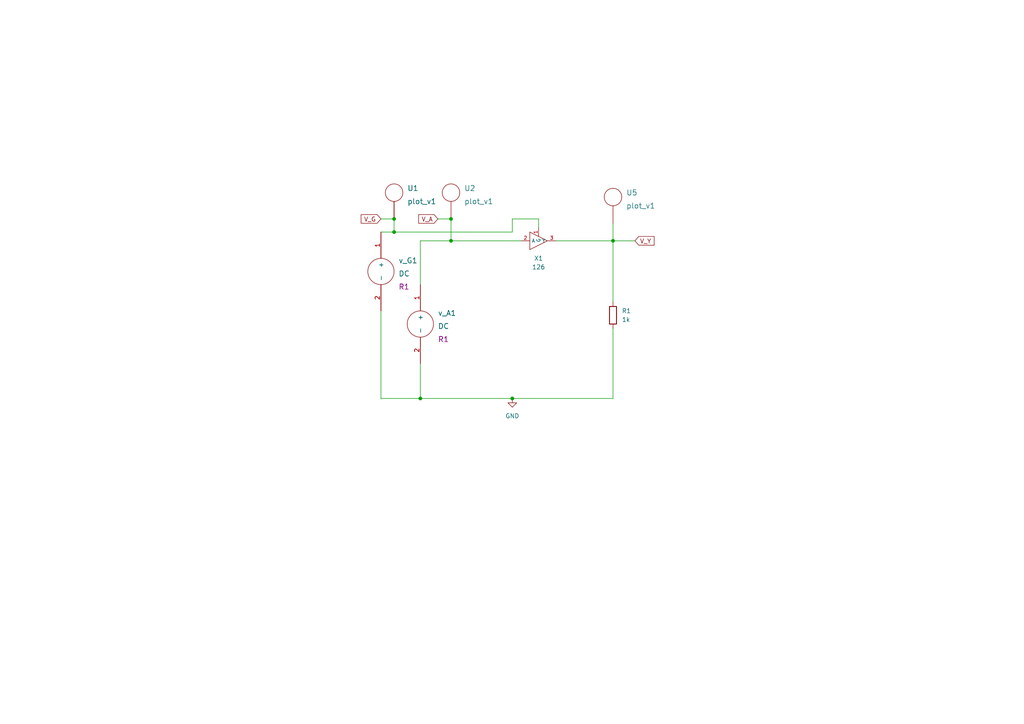
<source format=kicad_sch>
(kicad_sch (version 20211123) (generator eeschema)
  (paper "A4")
  (lib_symbols
    (symbol "DC_1" (pin_names (offset 1.016))
      (property "Reference" "v_A1" (at 5.08 3.175 0))
      (property "Value" "DC_1" (at 5.08 -0.635 0))
      (property "Footprint" "R1" (at 5.08 -4.445 0))
      (symbol "DC_1_0_1"
        (circle (center 0 0) (radius 3.81))
      )
      (symbol "DC_1_1_1"
        (pin power_out line (at 0 11.43 270) (length 7.62) (name "+") (number "1"))
        (pin power_in line (at 0 -11.43 90) (length 7.62) (name "-") (number "2"))
      )
    )
    (symbol "eSim_Devices:resistor" (pin_numbers hide) (pin_names (offset 0))
      (property "Reference" "R" (at 1.27 3.302 0))
      (property "Value" "resistor" (at 1.27 -1.27 0))
      (symbol "resistor_0_1"
        (rectangle (start 3.81 0.254) (end -1.27 2.286) (stroke (width 0.254)))
      )
      (symbol "resistor_1_1"
        (pin passive line (at -2.54 1.27 0) (length 1.27) (name "~") (number "1"))
        (pin passive line (at 5.08 1.27 180) (length 1.27) (name "~") (number "2"))
      )
    )
    (symbol "eSim_Plot:plot_v1" (pin_names (offset 1.016))
      (property "Reference" "U" (at 0 12.7 0))
      (property "Value" "plot_v1" (at 5.08 8.89 0))
      (symbol "plot_v1_0_1"
        (circle (center 0 12.7) (radius 2.54))
      )
      (symbol "plot_v1_1_1"
        (pin input line (at 0 5.08 90) (length 5.08) (name "~") (number "~"))
      )
    )
    (symbol "eSim_Power:eSim_GND" (power) (pin_names (offset 0))
      (property "Value" "eSim_GND" (at 0 -3.81 0))
      (symbol "eSim_GND_0_1"
        (polyline (pts (xy 0 0) (xy 0 -1.27) (xy 1.27 -1.27) (xy 0 -2.54) (xy -1.27 -1.27) (xy 0 -1.27)))
      )
      (symbol "eSim_GND_1_1"
        (pin power_in line (at 0 0 270) (length 0) hide (name "GND") (number "1"))
      )
    )
    (symbol "eSim_Sources:DC" (pin_names (offset 1.016))
      (property "Reference" "v" (at -5.08 2.54 0))
      (property "Value" "DC" (at -5.08 -1.27 0))
      (property "Footprint" "R1" (at -7.62 0 0))
      (symbol "DC_0_1"
        (circle (center 0 0) (radius 3.81))
      )
      (symbol "DC_1_1"
        (pin power_out line (at 0 11.43 270) (length 7.62) (name "+") (number "1"))
        (pin power_out line (at 0 -11.43 90) (length 7.62) (name "-") (number "2"))
      )
    )
    (symbol "eSim_Subckt:126"
      (property "Reference" "X" (at 2.54 1.27 0))
      (property "Value" "126" (at 0 -2.54 0))
      (symbol "126_0_1"
        (polyline (pts (xy -2.54 2.54) (xy -2.54 -2.54) (xy 2.54 0) (xy -2.54 2.54)))
      )
      (symbol "126_1_1"
        (pin input line (at 0 3.81 270) (length 2.54) (name "G") (number "1"))
        (pin input line (at -5.08 0 0) (length 2.54) (name "A") (number "2"))
        (pin output line (at 5.08 0 180) (length 2.54) (name "Y") (number "3"))
      )
    )
  )
  (junction (at 114.3 67.31))
  (junction (at 114.3 63.5))
  (junction (at 130.81 69.85))
  (junction (at 121.92 115.57))
  (junction (at 177.8 69.85))
  (junction (at 130.81 63.5))
  (junction (at 148.59 115.57))
  (wire (pts (xy 121.92 115.57) (xy 110.49 115.57)))
  (wire (pts (xy 148.59 115.57) (xy 121.92 115.57)))
  (wire (pts (xy 177.8 69.85) (xy 177.8 87.63)))
  (wire (pts (xy 110.49 67.31) (xy 114.3 67.31)))
  (wire (pts (xy 121.92 82.55) (xy 121.92 69.85)))
  (wire (pts (xy 177.8 64.77) (xy 177.8 69.85)))
  (wire (pts (xy 121.92 69.85) (xy 130.81 69.85)))
  (wire (pts (xy 114.3 63.5) (xy 114.3 67.31)))
  (wire (pts (xy 177.8 95.25) (xy 177.8 115.57)))
  (wire (pts (xy 177.8 69.85) (xy 184.15 69.85)))
  (wire (pts (xy 156.21 63.5) (xy 156.21 66.04)))
  (wire (pts (xy 110.49 63.5) (xy 114.3 63.5)))
  (wire (pts (xy 148.59 63.5) (xy 156.21 63.5)))
  (wire (pts (xy 121.92 105.41) (xy 121.92 115.57)))
  (wire (pts (xy 114.3 67.31) (xy 148.59 67.31)))
  (wire (pts (xy 130.81 63.5) (xy 130.81 69.85)))
  (wire (pts (xy 148.59 67.31) (xy 148.59 63.5)))
  (wire (pts (xy 161.29 69.85) (xy 177.8 69.85)))
  (wire (pts (xy 127 63.5) (xy 130.81 63.5)))
  (wire (pts (xy 177.8 115.57) (xy 148.59 115.57)))
  (wire (pts (xy 110.49 115.57) (xy 110.49 90.17)))
  (wire (pts (xy 130.81 69.85) (xy 151.13 69.85)))
  (global_label "V_Y" (shape input) (at 184.15 69.85 0) (property "Intersheet References" "${INTERSHEET_REFS}" (effects hide)))
  (global_label "V_A" (shape input) (at 127 63.5 180) (property "Intersheet References" "${INTERSHEET_REFS}" (effects hide)))
  (global_label "V_G" (shape input) (at 110.49 63.5 180) (property "Intersheet References" "${INTERSHEET_REFS}" (effects hide)))
  (symbol (lib_id "eSim_Plot:plot_v1") (at 130.81 68.58 0) (unit 1)
    (property "Reference" "U2" (at 134.62 54.61 0) (effects (font (size 1.524 1.524)) (justify left)))
    (property "Value" "plot_v1" (at 134.62 58.42 0) (effects (font (size 1.524 1.524)) (justify left)))
  )
  (symbol (lib_name "DC_1") (lib_id "eSim_Sources:DC") (at 121.92 93.98 0) (unit 1)
    (property "Reference" "v_A1" (at 127 90.805 0) (effects (font (size 1.524 1.524)) (justify left)))
    (property "Value" "DC" (at 127 94.615 0) (effects (font (size 1.524 1.524)) (justify left)))
    (property "Footprint" "R1" (at 127 98.425 0) (effects (font (size 1.524 1.524)) (justify left)))
  )
  (symbol (lib_id "eSim_Plot:plot_v1") (at 177.8 69.85 0) (unit 1)
    (property "Reference" "U5" (at 181.61 55.88 0) (effects (font (size 1.524 1.524)) (justify left)))
    (property "Value" "plot_v1" (at 181.61 59.69 0) (effects (font (size 1.524 1.524)) (justify left)))
  )
  (symbol (lib_id "eSim_Subckt:126") (at 156.21 69.85 0) (unit 1)
    (property "Reference" "X1" (at 156.21 74.93 0))
    (property "Value" "126" (at 156.21 77.47 0))
  )
  (symbol (lib_id "eSim_Plot:plot_v1") (at 114.3 68.58 0) (unit 1)
    (property "Reference" "U1" (at 118.11 54.61 0) (effects (font (size 1.524 1.524)) (justify left)))
    (property "Value" "plot_v1" (at 118.11 58.42 0) (effects (font (size 1.524 1.524)) (justify left)))
  )
  (symbol (lib_id "eSim_Power:eSim_GND") (at 148.59 115.57 0) (unit 1)
    (property "Reference" "#PWR01" (effects hide))
    (property "Value" "eSim_GND" (at 148.59 120.65 0))
  )
  (symbol (lib_id "eSim_Devices:resistor") (at 179.07 92.71 90) (unit 1)
    (property "Reference" "R1" (at 180.34 90.1699 90) (effects (justify right)))
    (property "Value" "1k" (at 180.34 92.7099 90) (effects (justify right)))
  )
  (symbol (lib_id "eSim_Sources:DC") (at 110.49 78.74 0) (unit 1)
    (property "Reference" "v_G1" (at 115.57 75.565 0) (effects (font (size 1.524 1.524)) (justify left)))
    (property "Value" "DC" (at 115.57 79.375 0) (effects (font (size 1.524 1.524)) (justify left)))
    (property "Footprint" "R1" (at 115.57 83.185 0) (effects (font (size 1.524 1.524)) (justify left)))
  )
)
</source>
